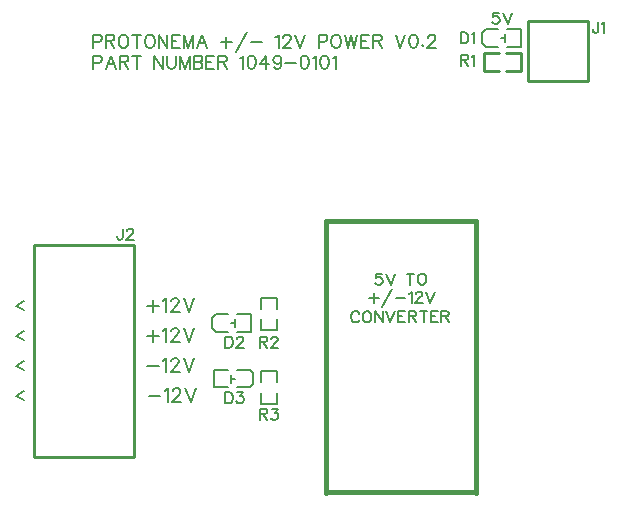
<source format=gto>
G04 Layer: TopSilkscreenLayer*
G04 EasyEDA v6.5.32, 2023-07-25 14:04:49*
G04 011ca2bd5c0445db9f1e9e00ee4858da,5a6b42c53f6a479593ecc07194224c93,10*
G04 Gerber Generator version 0.2*
G04 Scale: 100 percent, Rotated: No, Reflected: No *
G04 Dimensions in millimeters *
G04 leading zeros omitted , absolute positions ,4 integer and 5 decimal *
%FSLAX45Y45*%
%MOMM*%

%ADD10C,0.1524*%
%ADD11C,0.3860*%
%ADD12C,0.1500*%
%ADD13C,0.2540*%

%LPD*%
D10*
X762000Y5423915D02*
G01*
X762000Y5314950D01*
X762000Y5423915D02*
G01*
X808736Y5423915D01*
X824229Y5418836D01*
X829563Y5413502D01*
X834644Y5403087D01*
X834644Y5387594D01*
X829563Y5377179D01*
X824229Y5372100D01*
X808736Y5366765D01*
X762000Y5366765D01*
X910589Y5423915D02*
G01*
X868934Y5314950D01*
X910589Y5423915D02*
G01*
X952245Y5314950D01*
X884681Y5351271D02*
G01*
X936497Y5351271D01*
X986536Y5423915D02*
G01*
X986536Y5314950D01*
X986536Y5423915D02*
G01*
X1033271Y5423915D01*
X1048765Y5418836D01*
X1054100Y5413502D01*
X1059179Y5403087D01*
X1059179Y5392673D01*
X1054100Y5382260D01*
X1048765Y5377179D01*
X1033271Y5372100D01*
X986536Y5372100D01*
X1022857Y5372100D02*
G01*
X1059179Y5314950D01*
X1129792Y5423915D02*
G01*
X1129792Y5314950D01*
X1093470Y5423915D02*
G01*
X1166113Y5423915D01*
X1280413Y5423915D02*
G01*
X1280413Y5314950D01*
X1280413Y5423915D02*
G01*
X1353312Y5314950D01*
X1353312Y5423915D02*
G01*
X1353312Y5314950D01*
X1387602Y5423915D02*
G01*
X1387602Y5345937D01*
X1392681Y5330444D01*
X1403095Y5320029D01*
X1418589Y5314950D01*
X1429004Y5314950D01*
X1444752Y5320029D01*
X1455165Y5330444D01*
X1460245Y5345937D01*
X1460245Y5423915D01*
X1494536Y5423915D02*
G01*
X1494536Y5314950D01*
X1494536Y5423915D02*
G01*
X1536192Y5314950D01*
X1577594Y5423915D02*
G01*
X1536192Y5314950D01*
X1577594Y5423915D02*
G01*
X1577594Y5314950D01*
X1611884Y5423915D02*
G01*
X1611884Y5314950D01*
X1611884Y5423915D02*
G01*
X1658620Y5423915D01*
X1674368Y5418836D01*
X1679447Y5413502D01*
X1684781Y5403087D01*
X1684781Y5392673D01*
X1679447Y5382260D01*
X1674368Y5377179D01*
X1658620Y5372100D01*
X1611884Y5372100D02*
G01*
X1658620Y5372100D01*
X1674368Y5366765D01*
X1679447Y5361686D01*
X1684781Y5351271D01*
X1684781Y5335523D01*
X1679447Y5325110D01*
X1674368Y5320029D01*
X1658620Y5314950D01*
X1611884Y5314950D01*
X1719071Y5423915D02*
G01*
X1719071Y5314950D01*
X1719071Y5423915D02*
G01*
X1786636Y5423915D01*
X1719071Y5372100D02*
G01*
X1760473Y5372100D01*
X1719071Y5314950D02*
G01*
X1786636Y5314950D01*
X1820926Y5423915D02*
G01*
X1820926Y5314950D01*
X1820926Y5423915D02*
G01*
X1867662Y5423915D01*
X1883155Y5418836D01*
X1888489Y5413502D01*
X1893570Y5403087D01*
X1893570Y5392673D01*
X1888489Y5382260D01*
X1883155Y5377179D01*
X1867662Y5372100D01*
X1820926Y5372100D01*
X1857247Y5372100D02*
G01*
X1893570Y5314950D01*
X2007870Y5403087D02*
G01*
X2018284Y5408421D01*
X2033777Y5423915D01*
X2033777Y5314950D01*
X2099309Y5423915D02*
G01*
X2083815Y5418836D01*
X2073402Y5403087D01*
X2068068Y5377179D01*
X2068068Y5361686D01*
X2073402Y5335523D01*
X2083815Y5320029D01*
X2099309Y5314950D01*
X2109724Y5314950D01*
X2125218Y5320029D01*
X2135631Y5335523D01*
X2140965Y5361686D01*
X2140965Y5377179D01*
X2135631Y5403087D01*
X2125218Y5418836D01*
X2109724Y5423915D01*
X2099309Y5423915D01*
X2227072Y5423915D02*
G01*
X2175256Y5351271D01*
X2252979Y5351271D01*
X2227072Y5423915D02*
G01*
X2227072Y5314950D01*
X2354834Y5387594D02*
G01*
X2349754Y5372100D01*
X2339340Y5361686D01*
X2323845Y5356352D01*
X2318511Y5356352D01*
X2303018Y5361686D01*
X2292604Y5372100D01*
X2287270Y5387594D01*
X2287270Y5392673D01*
X2292604Y5408421D01*
X2303018Y5418836D01*
X2318511Y5423915D01*
X2323845Y5423915D01*
X2339340Y5418836D01*
X2349754Y5408421D01*
X2354834Y5387594D01*
X2354834Y5361686D01*
X2349754Y5335523D01*
X2339340Y5320029D01*
X2323845Y5314950D01*
X2313431Y5314950D01*
X2297684Y5320029D01*
X2292604Y5330444D01*
X2389124Y5361686D02*
G01*
X2482850Y5361686D01*
X2548127Y5423915D02*
G01*
X2532634Y5418836D01*
X2522220Y5403087D01*
X2517140Y5377179D01*
X2517140Y5361686D01*
X2522220Y5335523D01*
X2532634Y5320029D01*
X2548127Y5314950D01*
X2558541Y5314950D01*
X2574290Y5320029D01*
X2584450Y5335523D01*
X2589784Y5361686D01*
X2589784Y5377179D01*
X2584450Y5403087D01*
X2574290Y5418836D01*
X2558541Y5423915D01*
X2548127Y5423915D01*
X2624074Y5403087D02*
G01*
X2634488Y5408421D01*
X2649981Y5423915D01*
X2649981Y5314950D01*
X2715513Y5423915D02*
G01*
X2700020Y5418836D01*
X2689606Y5403087D01*
X2684272Y5377179D01*
X2684272Y5361686D01*
X2689606Y5335523D01*
X2700020Y5320029D01*
X2715513Y5314950D01*
X2725927Y5314950D01*
X2741422Y5320029D01*
X2751836Y5335523D01*
X2757170Y5361686D01*
X2757170Y5377179D01*
X2751836Y5403087D01*
X2741422Y5418836D01*
X2725927Y5423915D01*
X2715513Y5423915D01*
X2791459Y5403087D02*
G01*
X2801620Y5408421D01*
X2817368Y5423915D01*
X2817368Y5314950D01*
X762000Y5601715D02*
G01*
X762000Y5492750D01*
X762000Y5601715D02*
G01*
X808736Y5601715D01*
X824229Y5596636D01*
X829563Y5591302D01*
X834644Y5580887D01*
X834644Y5565394D01*
X829563Y5554979D01*
X824229Y5549900D01*
X808736Y5544565D01*
X762000Y5544565D01*
X868934Y5601715D02*
G01*
X868934Y5492750D01*
X868934Y5601715D02*
G01*
X915670Y5601715D01*
X931418Y5596636D01*
X936497Y5591302D01*
X941831Y5580887D01*
X941831Y5570473D01*
X936497Y5560060D01*
X931418Y5554979D01*
X915670Y5549900D01*
X868934Y5549900D01*
X905510Y5549900D02*
G01*
X941831Y5492750D01*
X1007110Y5601715D02*
G01*
X996950Y5596636D01*
X986536Y5586221D01*
X981202Y5575807D01*
X976121Y5560060D01*
X976121Y5534152D01*
X981202Y5518657D01*
X986536Y5508244D01*
X996950Y5497829D01*
X1007110Y5492750D01*
X1027937Y5492750D01*
X1038352Y5497829D01*
X1048765Y5508244D01*
X1054100Y5518657D01*
X1059179Y5534152D01*
X1059179Y5560060D01*
X1054100Y5575807D01*
X1048765Y5586221D01*
X1038352Y5596636D01*
X1027937Y5601715D01*
X1007110Y5601715D01*
X1129792Y5601715D02*
G01*
X1129792Y5492750D01*
X1093470Y5601715D02*
G01*
X1166113Y5601715D01*
X1231645Y5601715D02*
G01*
X1221231Y5596636D01*
X1210818Y5586221D01*
X1205737Y5575807D01*
X1200404Y5560060D01*
X1200404Y5534152D01*
X1205737Y5518657D01*
X1210818Y5508244D01*
X1221231Y5497829D01*
X1231645Y5492750D01*
X1252473Y5492750D01*
X1262887Y5497829D01*
X1273302Y5508244D01*
X1278381Y5518657D01*
X1283715Y5534152D01*
X1283715Y5560060D01*
X1278381Y5575807D01*
X1273302Y5586221D01*
X1262887Y5596636D01*
X1252473Y5601715D01*
X1231645Y5601715D01*
X1318005Y5601715D02*
G01*
X1318005Y5492750D01*
X1318005Y5601715D02*
G01*
X1390650Y5492750D01*
X1390650Y5601715D02*
G01*
X1390650Y5492750D01*
X1424939Y5601715D02*
G01*
X1424939Y5492750D01*
X1424939Y5601715D02*
G01*
X1492504Y5601715D01*
X1424939Y5549900D02*
G01*
X1466595Y5549900D01*
X1424939Y5492750D02*
G01*
X1492504Y5492750D01*
X1526794Y5601715D02*
G01*
X1526794Y5492750D01*
X1526794Y5601715D02*
G01*
X1568450Y5492750D01*
X1609852Y5601715D02*
G01*
X1568450Y5492750D01*
X1609852Y5601715D02*
G01*
X1609852Y5492750D01*
X1685797Y5601715D02*
G01*
X1644142Y5492750D01*
X1685797Y5601715D02*
G01*
X1727200Y5492750D01*
X1659889Y5529071D02*
G01*
X1711705Y5529071D01*
X1888489Y5586221D02*
G01*
X1888489Y5492750D01*
X1841500Y5539486D02*
G01*
X1935225Y5539486D01*
X2062988Y5622544D02*
G01*
X1969515Y5456173D01*
X2097277Y5539486D02*
G01*
X2190750Y5539486D01*
X2305050Y5580887D02*
G01*
X2315463Y5586221D01*
X2330958Y5601715D01*
X2330958Y5492750D01*
X2370581Y5575807D02*
G01*
X2370581Y5580887D01*
X2375661Y5591302D01*
X2380995Y5596636D01*
X2391409Y5601715D01*
X2411984Y5601715D01*
X2422397Y5596636D01*
X2427731Y5591302D01*
X2432811Y5580887D01*
X2432811Y5570473D01*
X2427731Y5560060D01*
X2417318Y5544565D01*
X2365247Y5492750D01*
X2438145Y5492750D01*
X2472436Y5601715D02*
G01*
X2513838Y5492750D01*
X2555493Y5601715D02*
G01*
X2513838Y5492750D01*
X2669793Y5601715D02*
G01*
X2669793Y5492750D01*
X2669793Y5601715D02*
G01*
X2716529Y5601715D01*
X2732024Y5596636D01*
X2737358Y5591302D01*
X2742438Y5580887D01*
X2742438Y5565394D01*
X2737358Y5554979D01*
X2732024Y5549900D01*
X2716529Y5544565D01*
X2669793Y5544565D01*
X2807970Y5601715D02*
G01*
X2797556Y5596636D01*
X2787141Y5586221D01*
X2782061Y5575807D01*
X2776727Y5560060D01*
X2776727Y5534152D01*
X2782061Y5518657D01*
X2787141Y5508244D01*
X2797556Y5497829D01*
X2807970Y5492750D01*
X2828797Y5492750D01*
X2839211Y5497829D01*
X2849625Y5508244D01*
X2854706Y5518657D01*
X2860040Y5534152D01*
X2860040Y5560060D01*
X2854706Y5575807D01*
X2849625Y5586221D01*
X2839211Y5596636D01*
X2828797Y5601715D01*
X2807970Y5601715D01*
X2894329Y5601715D02*
G01*
X2920238Y5492750D01*
X2946145Y5601715D02*
G01*
X2920238Y5492750D01*
X2946145Y5601715D02*
G01*
X2972054Y5492750D01*
X2998215Y5601715D02*
G01*
X2972054Y5492750D01*
X3032506Y5601715D02*
G01*
X3032506Y5492750D01*
X3032506Y5601715D02*
G01*
X3100070Y5601715D01*
X3032506Y5549900D02*
G01*
X3073908Y5549900D01*
X3032506Y5492750D02*
G01*
X3100070Y5492750D01*
X3134359Y5601715D02*
G01*
X3134359Y5492750D01*
X3134359Y5601715D02*
G01*
X3181095Y5601715D01*
X3196590Y5596636D01*
X3201670Y5591302D01*
X3207004Y5580887D01*
X3207004Y5570473D01*
X3201670Y5560060D01*
X3196590Y5554979D01*
X3181095Y5549900D01*
X3134359Y5549900D01*
X3170681Y5549900D02*
G01*
X3207004Y5492750D01*
X3321304Y5601715D02*
G01*
X3362959Y5492750D01*
X3404361Y5601715D02*
G01*
X3362959Y5492750D01*
X3469893Y5601715D02*
G01*
X3454400Y5596636D01*
X3443986Y5580887D01*
X3438652Y5554979D01*
X3438652Y5539486D01*
X3443986Y5513323D01*
X3454400Y5497829D01*
X3469893Y5492750D01*
X3480308Y5492750D01*
X3495802Y5497829D01*
X3506215Y5513323D01*
X3511550Y5539486D01*
X3511550Y5554979D01*
X3506215Y5580887D01*
X3495802Y5596636D01*
X3480308Y5601715D01*
X3469893Y5601715D01*
X3550920Y5518657D02*
G01*
X3545840Y5513323D01*
X3550920Y5508244D01*
X3556000Y5513323D01*
X3550920Y5518657D01*
X3595624Y5575807D02*
G01*
X3595624Y5580887D01*
X3600704Y5591302D01*
X3606038Y5596636D01*
X3616452Y5601715D01*
X3637279Y5601715D01*
X3647440Y5596636D01*
X3652774Y5591302D01*
X3657854Y5580887D01*
X3657854Y5570473D01*
X3652774Y5560060D01*
X3642359Y5544565D01*
X3590290Y5492750D01*
X3663188Y5492750D01*
X1219200Y2798826D02*
G01*
X1317497Y2798826D01*
X1353312Y2842513D02*
G01*
X1364234Y2847847D01*
X1380744Y2864357D01*
X1380744Y2749804D01*
X1422145Y2836926D02*
G01*
X1422145Y2842513D01*
X1427479Y2853436D01*
X1433068Y2858770D01*
X1443989Y2864357D01*
X1465834Y2864357D01*
X1476755Y2858770D01*
X1482089Y2853436D01*
X1487678Y2842513D01*
X1487678Y2831592D01*
X1482089Y2820670D01*
X1471168Y2804413D01*
X1416557Y2749804D01*
X1493012Y2749804D01*
X1529079Y2864357D02*
G01*
X1572768Y2749804D01*
X1616202Y2864357D02*
G01*
X1572768Y2749804D01*
X1268221Y3101847D02*
G01*
X1268221Y3003804D01*
X1219200Y3052826D02*
G01*
X1317497Y3052826D01*
X1353312Y3096513D02*
G01*
X1364234Y3101847D01*
X1380744Y3118357D01*
X1380744Y3003804D01*
X1422145Y3090926D02*
G01*
X1422145Y3096513D01*
X1427479Y3107436D01*
X1433068Y3112770D01*
X1443989Y3118357D01*
X1465834Y3118357D01*
X1476755Y3112770D01*
X1482089Y3107436D01*
X1487678Y3096513D01*
X1487678Y3085592D01*
X1482089Y3074670D01*
X1471168Y3058413D01*
X1416557Y3003804D01*
X1493012Y3003804D01*
X1529079Y3118357D02*
G01*
X1572768Y3003804D01*
X1616202Y3118357D02*
G01*
X1572768Y3003804D01*
X1231900Y2544826D02*
G01*
X1330197Y2544826D01*
X1366012Y2588513D02*
G01*
X1376934Y2593847D01*
X1393444Y2610357D01*
X1393444Y2495804D01*
X1434845Y2582926D02*
G01*
X1434845Y2588513D01*
X1440179Y2599436D01*
X1445768Y2604770D01*
X1456689Y2610357D01*
X1478534Y2610357D01*
X1489455Y2604770D01*
X1494789Y2599436D01*
X1500378Y2588513D01*
X1500378Y2577592D01*
X1494789Y2566670D01*
X1483868Y2550413D01*
X1429257Y2495804D01*
X1505712Y2495804D01*
X1541779Y2610357D02*
G01*
X1585468Y2495804D01*
X1628902Y2610357D02*
G01*
X1585468Y2495804D01*
X1268221Y3355847D02*
G01*
X1268221Y3257804D01*
X1219200Y3306826D02*
G01*
X1317497Y3306826D01*
X1353312Y3350513D02*
G01*
X1364234Y3355847D01*
X1380744Y3372357D01*
X1380744Y3257804D01*
X1422145Y3344926D02*
G01*
X1422145Y3350513D01*
X1427479Y3361436D01*
X1433068Y3366770D01*
X1443989Y3372357D01*
X1465834Y3372357D01*
X1476755Y3366770D01*
X1482089Y3361436D01*
X1487678Y3350513D01*
X1487678Y3339592D01*
X1482089Y3328670D01*
X1471168Y3312413D01*
X1416557Y3257804D01*
X1493012Y3257804D01*
X1529079Y3372357D02*
G01*
X1572768Y3257804D01*
X1616202Y3372357D02*
G01*
X1572768Y3257804D01*
X1010640Y3961637D02*
G01*
X1010640Y3888994D01*
X1006068Y3875278D01*
X1001496Y3870705D01*
X992352Y3866134D01*
X983462Y3866134D01*
X974318Y3870705D01*
X969746Y3875278D01*
X965174Y3888994D01*
X965174Y3898137D01*
X1045184Y3939031D02*
G01*
X1045184Y3943604D01*
X1049756Y3952494D01*
X1054328Y3957065D01*
X1063472Y3961637D01*
X1081506Y3961637D01*
X1090650Y3957065D01*
X1095222Y3952494D01*
X1099794Y3943604D01*
X1099794Y3934460D01*
X1095222Y3925315D01*
X1086078Y3911600D01*
X1040612Y3866134D01*
X1104366Y3866134D01*
X4194797Y5790427D02*
G01*
X4149331Y5790427D01*
X4144759Y5749533D01*
X4149331Y5754105D01*
X4162793Y5758677D01*
X4176509Y5758677D01*
X4190225Y5754105D01*
X4199369Y5744961D01*
X4203941Y5731499D01*
X4203941Y5722355D01*
X4199369Y5708639D01*
X4190225Y5699495D01*
X4176509Y5694923D01*
X4162793Y5694923D01*
X4149331Y5699495D01*
X4144759Y5704067D01*
X4140187Y5713211D01*
X4233913Y5790427D02*
G01*
X4270235Y5694923D01*
X4306557Y5790427D02*
G01*
X4270235Y5694923D01*
X3014472Y3240531D02*
G01*
X3010154Y3249676D01*
X3001009Y3258565D01*
X2991865Y3263137D01*
X2973577Y3263137D01*
X2964688Y3258565D01*
X2955543Y3249676D01*
X2950972Y3240531D01*
X2946400Y3226815D01*
X2946400Y3204210D01*
X2950972Y3190494D01*
X2955543Y3181350D01*
X2964688Y3172205D01*
X2973577Y3167634D01*
X2991865Y3167634D01*
X3001009Y3172205D01*
X3010154Y3181350D01*
X3014472Y3190494D01*
X3071875Y3263137D02*
G01*
X3062731Y3258565D01*
X3053588Y3249676D01*
X3049015Y3240531D01*
X3044697Y3226815D01*
X3044697Y3204210D01*
X3049015Y3190494D01*
X3053588Y3181350D01*
X3062731Y3172205D01*
X3071875Y3167634D01*
X3089909Y3167634D01*
X3099054Y3172205D01*
X3108197Y3181350D01*
X3112770Y3190494D01*
X3117341Y3204210D01*
X3117341Y3226815D01*
X3112770Y3240531D01*
X3108197Y3249676D01*
X3099054Y3258565D01*
X3089909Y3263137D01*
X3071875Y3263137D01*
X3147313Y3263137D02*
G01*
X3147313Y3167634D01*
X3147313Y3263137D02*
G01*
X3211068Y3167634D01*
X3211068Y3263137D02*
G01*
X3211068Y3167634D01*
X3241040Y3263137D02*
G01*
X3277361Y3167634D01*
X3313684Y3263137D02*
G01*
X3277361Y3167634D01*
X3343656Y3263137D02*
G01*
X3343656Y3167634D01*
X3343656Y3263137D02*
G01*
X3402838Y3263137D01*
X3343656Y3217671D02*
G01*
X3379977Y3217671D01*
X3343656Y3167634D02*
G01*
X3402838Y3167634D01*
X3432809Y3263137D02*
G01*
X3432809Y3167634D01*
X3432809Y3263137D02*
G01*
X3473704Y3263137D01*
X3487420Y3258565D01*
X3491738Y3253994D01*
X3496309Y3245104D01*
X3496309Y3235960D01*
X3491738Y3226815D01*
X3487420Y3222244D01*
X3473704Y3217671D01*
X3432809Y3217671D01*
X3464559Y3217671D02*
G01*
X3496309Y3167634D01*
X3558286Y3263137D02*
G01*
X3558286Y3167634D01*
X3526281Y3263137D02*
G01*
X3590036Y3263137D01*
X3620008Y3263137D02*
G01*
X3620008Y3167634D01*
X3620008Y3263137D02*
G01*
X3679190Y3263137D01*
X3620008Y3217671D02*
G01*
X3656329Y3217671D01*
X3620008Y3167634D02*
G01*
X3679190Y3167634D01*
X3709161Y3263137D02*
G01*
X3709161Y3167634D01*
X3709161Y3263137D02*
G01*
X3750056Y3263137D01*
X3763772Y3258565D01*
X3768343Y3253994D01*
X3772661Y3245104D01*
X3772661Y3235960D01*
X3768343Y3226815D01*
X3763772Y3222244D01*
X3750056Y3217671D01*
X3709161Y3217671D01*
X3740911Y3217671D02*
G01*
X3772661Y3167634D01*
X3139693Y3414776D02*
G01*
X3139693Y3332734D01*
X3098800Y3373881D02*
G01*
X3180588Y3373881D01*
X3292347Y3446526D02*
G01*
X3210559Y3300984D01*
X3322320Y3373881D02*
G01*
X3404361Y3373881D01*
X3434334Y3410204D02*
G01*
X3443224Y3414776D01*
X3456940Y3428237D01*
X3456940Y3332734D01*
X3491484Y3405631D02*
G01*
X3491484Y3410204D01*
X3496056Y3419094D01*
X3500627Y3423665D01*
X3509772Y3428237D01*
X3527806Y3428237D01*
X3536950Y3423665D01*
X3541522Y3419094D01*
X3546093Y3410204D01*
X3546093Y3401060D01*
X3541522Y3391915D01*
X3532377Y3378200D01*
X3486911Y3332734D01*
X3550665Y3332734D01*
X3580638Y3428237D02*
G01*
X3616959Y3332734D01*
X3653281Y3428237D02*
G01*
X3616959Y3332734D01*
X3204209Y3580637D02*
G01*
X3158743Y3580637D01*
X3154172Y3539744D01*
X3158743Y3544315D01*
X3172206Y3548887D01*
X3185922Y3548887D01*
X3199638Y3544315D01*
X3208781Y3535171D01*
X3213354Y3521710D01*
X3213354Y3512565D01*
X3208781Y3498850D01*
X3199638Y3489705D01*
X3185922Y3485134D01*
X3172206Y3485134D01*
X3158743Y3489705D01*
X3154172Y3494278D01*
X3149600Y3503421D01*
X3243325Y3580637D02*
G01*
X3279647Y3485134D01*
X3315970Y3580637D02*
G01*
X3279647Y3485134D01*
X3447795Y3580637D02*
G01*
X3447795Y3485134D01*
X3416045Y3580637D02*
G01*
X3479545Y3580637D01*
X3536950Y3580637D02*
G01*
X3527806Y3576065D01*
X3518661Y3567176D01*
X3514090Y3558031D01*
X3509518Y3544315D01*
X3509518Y3521710D01*
X3514090Y3507994D01*
X3518661Y3498850D01*
X3527806Y3489705D01*
X3536950Y3485134D01*
X3554984Y3485134D01*
X3564127Y3489705D01*
X3573272Y3498850D01*
X3577843Y3507994D01*
X3582415Y3521710D01*
X3582415Y3544315D01*
X3577843Y3558031D01*
X3573272Y3567176D01*
X3564127Y3576065D01*
X3554984Y3580637D01*
X3536950Y3580637D01*
X177871Y3268685D02*
G01*
X105227Y3309833D01*
X177871Y3350727D01*
X177871Y3014685D02*
G01*
X105227Y3055833D01*
X177871Y3096727D01*
X177871Y2760685D02*
G01*
X105227Y2801833D01*
X177871Y2842727D01*
X177871Y2506685D02*
G01*
X105227Y2547833D01*
X177871Y2588727D01*
X5036565Y5714237D02*
G01*
X5036565Y5641594D01*
X5031993Y5627878D01*
X5027422Y5623305D01*
X5018277Y5618734D01*
X5009388Y5618734D01*
X5000243Y5623305D01*
X4995672Y5627878D01*
X4991100Y5641594D01*
X4991100Y5650737D01*
X5066538Y5696204D02*
G01*
X5075681Y5700776D01*
X5089397Y5714237D01*
X5089397Y5618734D01*
X3873500Y5625337D02*
G01*
X3873500Y5529834D01*
X3873500Y5625337D02*
G01*
X3905250Y5625337D01*
X3918965Y5620765D01*
X3928109Y5611876D01*
X3932681Y5602731D01*
X3937254Y5589015D01*
X3937254Y5566410D01*
X3932681Y5552694D01*
X3928109Y5543550D01*
X3918965Y5534405D01*
X3905250Y5529834D01*
X3873500Y5529834D01*
X3967225Y5607304D02*
G01*
X3976115Y5611876D01*
X3989831Y5625337D01*
X3989831Y5529834D01*
X3873505Y5434837D02*
G01*
X3873505Y5339334D01*
X3873505Y5434837D02*
G01*
X3914393Y5434837D01*
X3928109Y5430265D01*
X3932681Y5425694D01*
X3937256Y5416804D01*
X3937256Y5407660D01*
X3932681Y5398515D01*
X3928109Y5393944D01*
X3914393Y5389371D01*
X3873505Y5389371D01*
X3905255Y5389371D02*
G01*
X3937256Y5339334D01*
X3967225Y5416804D02*
G01*
X3976115Y5421376D01*
X3989831Y5434837D01*
X3989831Y5339334D01*
X1879600Y2577337D02*
G01*
X1879600Y2481834D01*
X1879600Y2577337D02*
G01*
X1911350Y2577337D01*
X1925065Y2572765D01*
X1934209Y2563876D01*
X1938781Y2554731D01*
X1943354Y2541015D01*
X1943354Y2518410D01*
X1938781Y2504694D01*
X1934209Y2495550D01*
X1925065Y2486405D01*
X1911350Y2481834D01*
X1879600Y2481834D01*
X1982215Y2577337D02*
G01*
X2032254Y2577337D01*
X2005075Y2541015D01*
X2018791Y2541015D01*
X2027681Y2536444D01*
X2032254Y2531871D01*
X2036825Y2518410D01*
X2036825Y2509265D01*
X2032254Y2495550D01*
X2023109Y2486405D01*
X2009647Y2481834D01*
X1995931Y2481834D01*
X1982215Y2486405D01*
X1977897Y2490978D01*
X1973325Y2500121D01*
X1879600Y3047237D02*
G01*
X1879600Y2951734D01*
X1879600Y3047237D02*
G01*
X1911350Y3047237D01*
X1925065Y3042665D01*
X1934209Y3033776D01*
X1938781Y3024631D01*
X1943354Y3010915D01*
X1943354Y2988310D01*
X1938781Y2974594D01*
X1934209Y2965450D01*
X1925065Y2956305D01*
X1911350Y2951734D01*
X1879600Y2951734D01*
X1977897Y3024631D02*
G01*
X1977897Y3029204D01*
X1982215Y3038094D01*
X1986788Y3042665D01*
X1995931Y3047237D01*
X2014220Y3047237D01*
X2023109Y3042665D01*
X2027681Y3038094D01*
X2032254Y3029204D01*
X2032254Y3020060D01*
X2027681Y3010915D01*
X2018791Y2997200D01*
X1973325Y2951734D01*
X2036825Y2951734D01*
X2171700Y3047237D02*
G01*
X2171700Y2951734D01*
X2171700Y3047237D02*
G01*
X2212593Y3047237D01*
X2226309Y3042665D01*
X2230881Y3038094D01*
X2235454Y3029204D01*
X2235454Y3020060D01*
X2230881Y3010915D01*
X2226309Y3006344D01*
X2212593Y3001771D01*
X2171700Y3001771D01*
X2203450Y3001771D02*
G01*
X2235454Y2951734D01*
X2269997Y3024631D02*
G01*
X2269997Y3029204D01*
X2274315Y3038094D01*
X2278888Y3042665D01*
X2288031Y3047237D01*
X2306320Y3047237D01*
X2315209Y3042665D01*
X2319781Y3038094D01*
X2324354Y3029204D01*
X2324354Y3020060D01*
X2319781Y3010915D01*
X2310891Y2997200D01*
X2265425Y2951734D01*
X2328925Y2951734D01*
X2171700Y2437637D02*
G01*
X2171700Y2342134D01*
X2171700Y2437637D02*
G01*
X2212593Y2437637D01*
X2226309Y2433065D01*
X2230881Y2428494D01*
X2235454Y2419604D01*
X2235454Y2410460D01*
X2230881Y2401315D01*
X2226309Y2396744D01*
X2212593Y2392171D01*
X2171700Y2392171D01*
X2203450Y2392171D02*
G01*
X2235454Y2342134D01*
X2274315Y2437637D02*
G01*
X2324354Y2437637D01*
X2297175Y2401315D01*
X2310891Y2401315D01*
X2319781Y2396744D01*
X2324354Y2392171D01*
X2328925Y2378710D01*
X2328925Y2369565D01*
X2324354Y2355850D01*
X2315209Y2346705D01*
X2301747Y2342134D01*
X2288031Y2342134D01*
X2274315Y2346705D01*
X2269997Y2351278D01*
X2265425Y2360421D01*
D11*
X2730500Y4025900D02*
G01*
X4000500Y4025900D01*
X2730500Y4025900D02*
G01*
X2730500Y1725896D01*
X4000500Y4025900D02*
G01*
X4000500Y1725896D01*
X2730500Y1727200D02*
G01*
X4000500Y1727200D01*
D12*
X4246100Y5575523D02*
G01*
X4212099Y5575523D01*
X4054093Y5540296D02*
G01*
X4054093Y5530293D01*
X4084088Y5500291D01*
X4269094Y5650298D02*
G01*
X4384098Y5650298D01*
X4269094Y5500291D02*
G01*
X4384098Y5500291D01*
X4189097Y5650298D02*
G01*
X4084088Y5650298D01*
X4189097Y5500291D02*
G01*
X4084088Y5500291D01*
X4384098Y5650285D02*
G01*
X4384098Y5502295D01*
X4054093Y5610288D02*
G01*
X4054093Y5540296D01*
X4054093Y5610288D02*
G01*
X4054093Y5620303D01*
X4084088Y5650298D01*
X4246100Y5610296D02*
G01*
X4246100Y5542297D01*
D13*
X4074038Y5291587D02*
G01*
X4074038Y5451591D01*
X4384098Y5292097D02*
G01*
X4384098Y5452102D01*
X4199034Y5451591D02*
G01*
X4074038Y5451591D01*
X4199034Y5291587D02*
G01*
X4074038Y5291587D01*
X4259097Y5452102D02*
G01*
X4384098Y5452102D01*
X4259097Y5292097D02*
G01*
X4384098Y5292097D01*
D12*
X1926099Y2692176D02*
G01*
X1960100Y2692176D01*
X2118106Y2727403D02*
G01*
X2118106Y2737406D01*
X2088111Y2767408D01*
X1903105Y2617401D02*
G01*
X1788104Y2617401D01*
X1903105Y2767408D02*
G01*
X1788104Y2767408D01*
X1983104Y2617401D02*
G01*
X2088111Y2617401D01*
X1983104Y2767408D02*
G01*
X2088111Y2767408D01*
X1788104Y2617414D02*
G01*
X1788104Y2765404D01*
X2118106Y2657411D02*
G01*
X2118106Y2727403D01*
X2118106Y2657411D02*
G01*
X2118106Y2647396D01*
X2088111Y2617401D01*
X1926099Y2657403D02*
G01*
X1926099Y2725402D01*
X1960100Y3162523D02*
G01*
X1926099Y3162523D01*
X1768094Y3127296D02*
G01*
X1768094Y3117293D01*
X1798088Y3087291D01*
X1983094Y3237298D02*
G01*
X2098095Y3237298D01*
X1983094Y3087291D02*
G01*
X2098095Y3087291D01*
X1903095Y3237298D02*
G01*
X1798088Y3237298D01*
X1903095Y3087291D02*
G01*
X1798088Y3087291D01*
X2098095Y3237285D02*
G01*
X2098095Y3089295D01*
X1768094Y3197288D02*
G01*
X1768094Y3127296D01*
X1768094Y3197288D02*
G01*
X1768094Y3207303D01*
X1798088Y3237298D01*
X1960100Y3197296D02*
G01*
X1960100Y3129297D01*
D10*
X2313960Y3281121D02*
G01*
X2313960Y3377008D01*
X2181839Y3377008D01*
X2181839Y3281121D01*
X2313960Y3195878D02*
G01*
X2313960Y3099991D01*
X2181839Y3099991D01*
X2181839Y3195878D01*
X2181839Y2573578D02*
G01*
X2181839Y2477691D01*
X2313960Y2477691D01*
X2313960Y2573578D01*
X2181839Y2658821D02*
G01*
X2181839Y2754708D01*
X2313960Y2754708D01*
X2313960Y2658821D01*
D13*
X260807Y3825011D02*
G01*
X1110818Y3825011D01*
X1110818Y2025014D01*
X260807Y2025014D01*
X260807Y3825011D01*
X4445000Y5715000D02*
G01*
X4953000Y5715000D01*
X4953000Y5207000D01*
X4445000Y5207000D01*
X4445000Y5715000D01*
M02*

</source>
